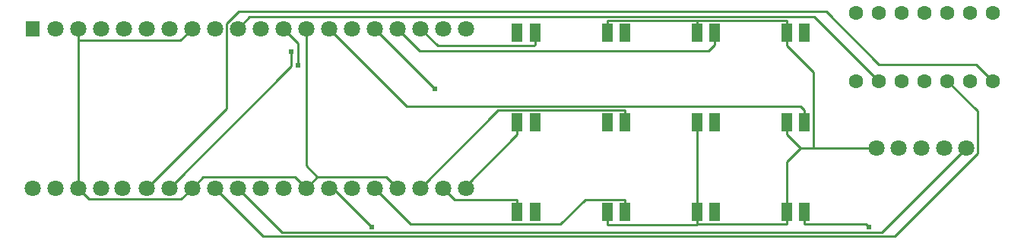
<source format=gbl>
G04 Layer: BottomLayer*
G04 EasyEDA v6.5.15, 2022-09-02 19:13:46*
G04 7dfffcf241994c68a0b0b9662bae6326,4d9b886a9f2f4cb0bf4fdc89abf0ebec,10*
G04 Gerber Generator version 0.2*
G04 Scale: 100 percent, Rotated: No, Reflected: No *
G04 Dimensions in millimeters *
G04 leading zeros omitted , absolute positions ,4 integer and 5 decimal *
%FSLAX45Y45*%
%MOMM*%

%ADD10C,0.2540*%
%ADD11R,1.1989X2.1590*%
%ADD12C,1.6000*%
%ADD13C,1.8000*%
%ADD14R,1.5748X1.8000*%
%ADD15C,0.6096*%

%LPD*%
D10*
X2374910Y6527797D02*
G01*
X3262208Y7415095D01*
X3262208Y8359696D01*
X3396879Y8494367D01*
X9941595Y8494367D01*
X10529351Y7906611D01*
X11613296Y7906611D01*
X11798310Y7721597D01*
X3982044Y8048343D02*
G01*
X3982044Y7884309D01*
X2627208Y6529473D01*
X3135208Y6529473D02*
G01*
X3671656Y5993025D01*
X10707481Y5993025D01*
X11625513Y6911058D01*
X11625513Y7386393D01*
X11290310Y7721597D01*
X3389208Y6529473D02*
G01*
X3884889Y6033792D01*
X10564403Y6033792D01*
X11502908Y6972297D01*
X4885319Y6092339D02*
G01*
X4448185Y6529473D01*
X4405208Y6529473D01*
X9700270Y6125182D02*
G01*
X10383834Y6125182D01*
X10416067Y6092949D01*
X9700270Y6261097D02*
G01*
X9700270Y6125182D01*
X4913208Y6529473D02*
G01*
X5317627Y6125055D01*
X6985594Y6125055D01*
X7257679Y6397139D01*
X7700147Y6397139D01*
X7700274Y6397012D01*
X7700274Y6261097D02*
G01*
X7700274Y6397012D01*
X5421208Y6529473D02*
G01*
X6288872Y7397137D01*
X7700147Y7397137D01*
X7700274Y7397010D01*
X7700274Y7261095D02*
G01*
X7700274Y7397010D01*
X6502156Y6397012D02*
G01*
X5807669Y6397012D01*
X5675208Y6529473D01*
X6502156Y6261097D02*
G01*
X6502156Y6397012D01*
X6502156Y7125180D02*
G01*
X5929208Y6552232D01*
X5929208Y6529473D01*
X6502156Y7261095D02*
G01*
X6502156Y7125180D01*
X10528310Y7721597D02*
G01*
X9809032Y8440874D01*
X3522609Y8440874D01*
X3389208Y8307473D01*
X4063679Y7896705D02*
G01*
X4063679Y8141002D01*
X3897208Y8307473D01*
X4405208Y8307473D02*
G01*
X5273837Y7438844D01*
X9658436Y7438844D01*
X9700270Y7397010D01*
X9700270Y7261095D02*
G01*
X9700270Y7397010D01*
X4913208Y8307473D02*
G01*
X5586206Y7634475D01*
X5167208Y8307473D02*
G01*
X5414655Y8060027D01*
X8635121Y8060027D01*
X8700272Y8125178D01*
X8700272Y8261093D02*
G01*
X8700272Y8125178D01*
X9502150Y7261095D02*
G01*
X9502150Y7125180D01*
X9502150Y6261097D02*
G01*
X9502150Y6819414D01*
X9655032Y6972297D01*
X9655032Y6972297D02*
G01*
X9502150Y7125180D01*
X8502152Y6125182D02*
G01*
X8496665Y6119695D01*
X7507640Y6119695D01*
X7502154Y6125182D01*
X8502152Y6135316D02*
G01*
X8502152Y6125182D01*
X8502152Y6125182D02*
G01*
X8502279Y6125055D01*
X9502023Y6125055D01*
X9502150Y6125182D01*
X9502150Y6261097D02*
G01*
X9502150Y6125182D01*
X8502152Y6198207D02*
G01*
X8502152Y6135316D01*
X8502152Y6198207D02*
G01*
X8502152Y6261097D01*
X8502152Y6261097D02*
G01*
X8502152Y7261095D01*
X7502154Y6193152D02*
G01*
X7502154Y6125182D01*
X7502154Y6193152D02*
G01*
X7502154Y6261097D01*
X9502150Y8397008D02*
G01*
X9502023Y8397135D01*
X8502279Y8397135D01*
X8502152Y8397008D01*
X8502152Y8261093D02*
G01*
X8502152Y8386899D01*
X8502152Y8386899D02*
G01*
X8502152Y8397008D01*
X8502152Y8397008D02*
G01*
X8502025Y8397135D01*
X7502281Y8397135D01*
X7502154Y8397008D01*
X7502154Y8261093D02*
G01*
X7502154Y8397008D01*
X6700276Y8125178D02*
G01*
X6688058Y8112960D01*
X5615721Y8112960D01*
X5421208Y8307473D01*
X6700276Y8261093D02*
G01*
X6700276Y8125178D01*
X2881208Y6529473D02*
G01*
X3005769Y6654035D01*
X4026646Y6654035D01*
X4151208Y6529473D01*
X1611208Y8176105D02*
G01*
X2749839Y8176105D01*
X2881208Y8307473D01*
X1611208Y8176105D02*
G01*
X1611208Y8307473D01*
X1611208Y6529473D02*
G01*
X1611208Y8176105D01*
X1611208Y6529473D02*
G01*
X1732213Y6408468D01*
X2760202Y6408468D01*
X2881208Y6529473D01*
X9502150Y8268484D02*
G01*
X9502150Y8397008D01*
X9502150Y8268484D02*
G01*
X9502150Y8261093D01*
X9502150Y8261093D02*
G01*
X9502150Y8114357D01*
X9796840Y7819666D01*
X9796840Y6972297D01*
X10502910Y6972297D02*
G01*
X9796840Y6972297D01*
X9796840Y6972297D02*
G01*
X9655032Y6972297D01*
X4151208Y8307473D02*
G01*
X4151208Y6778546D01*
X4275744Y6654010D01*
X5167208Y6529473D02*
G01*
X5042672Y6654010D01*
X4275744Y6654010D01*
X4275744Y6654010D02*
G01*
X4151208Y6529473D01*
D11*
G01*
X6502145Y8261095D03*
G01*
X6700265Y8261095D03*
G01*
X7502143Y8261095D03*
G01*
X7700263Y8261095D03*
G01*
X8502141Y8261095D03*
G01*
X8700261Y8261095D03*
G01*
X9502140Y8261095D03*
G01*
X9700259Y8261095D03*
G01*
X6502145Y7261097D03*
G01*
X6700265Y7261097D03*
G01*
X7502143Y7261097D03*
G01*
X7700263Y7261097D03*
G01*
X8502141Y7261097D03*
G01*
X8700261Y7261097D03*
G01*
X9502140Y7261097D03*
G01*
X9700259Y7261097D03*
G01*
X6502145Y6261100D03*
G01*
X6700265Y6261100D03*
G01*
X7502143Y6261100D03*
G01*
X7700263Y6261100D03*
G01*
X8502141Y6261100D03*
G01*
X8700261Y6261100D03*
G01*
X9502140Y6261100D03*
G01*
X9700259Y6261100D03*
D12*
G01*
X10274300Y8483600D03*
G01*
X10528300Y8483600D03*
G01*
X10528300Y7721600D03*
G01*
X10274300Y7721600D03*
G01*
X10782300Y8483600D03*
G01*
X10782300Y7721600D03*
G01*
X11036300Y8483600D03*
G01*
X11036300Y7721600D03*
G01*
X11290300Y8483600D03*
G01*
X11290300Y7721600D03*
G01*
X11544300Y8483600D03*
G01*
X11544300Y7721600D03*
G01*
X11798300Y8483600D03*
G01*
X11798300Y7721600D03*
D13*
G01*
X10502900Y6972300D03*
G01*
X10753090Y6972300D03*
G01*
X11003025Y6972300D03*
G01*
X11252961Y6972300D03*
G01*
X11502897Y6972300D03*
G01*
X5929198Y8307476D03*
G01*
X5675198Y8307476D03*
G01*
X5421198Y8307476D03*
G01*
X5167198Y8307476D03*
G01*
X4913198Y8307476D03*
G01*
X4659198Y8307476D03*
G01*
X4405198Y8307476D03*
G01*
X4151198Y8307476D03*
G01*
X3897198Y8307476D03*
G01*
X3643198Y8307476D03*
G01*
X3389198Y8307476D03*
G01*
X3135198Y8307476D03*
G01*
X2881198Y8307476D03*
G01*
X2627198Y8307476D03*
G01*
X2373198Y8307476D03*
G01*
X2119198Y8307476D03*
G01*
X1865198Y8307476D03*
G01*
X1611198Y8307476D03*
G01*
X1357198Y8307476D03*
D14*
G01*
X1103198Y8307476D03*
D13*
G01*
X5929198Y6529476D03*
G01*
X5675198Y6529476D03*
G01*
X5421198Y6529476D03*
G01*
X5167198Y6529476D03*
G01*
X4913198Y6529476D03*
G01*
X4659198Y6529476D03*
G01*
X4405198Y6529476D03*
G01*
X4151198Y6529476D03*
G01*
X3897198Y6529476D03*
G01*
X3643198Y6529476D03*
G01*
X3389198Y6529476D03*
G01*
X3135198Y6529476D03*
G01*
X2881198Y6529476D03*
G01*
X2627198Y6529476D03*
G01*
X2374900Y6527800D03*
G01*
X2108200Y6527800D03*
G01*
X1865198Y6529476D03*
G01*
X1611198Y6529476D03*
G01*
X1357198Y6529476D03*
G01*
X1103198Y6529476D03*
D15*
G01*
X5586196Y7634478D03*
G01*
X4063669Y7896707D03*
G01*
X4885309Y6092342D03*
G01*
X10416057Y6092952D03*
G01*
X3982034Y8048345D03*
M02*

</source>
